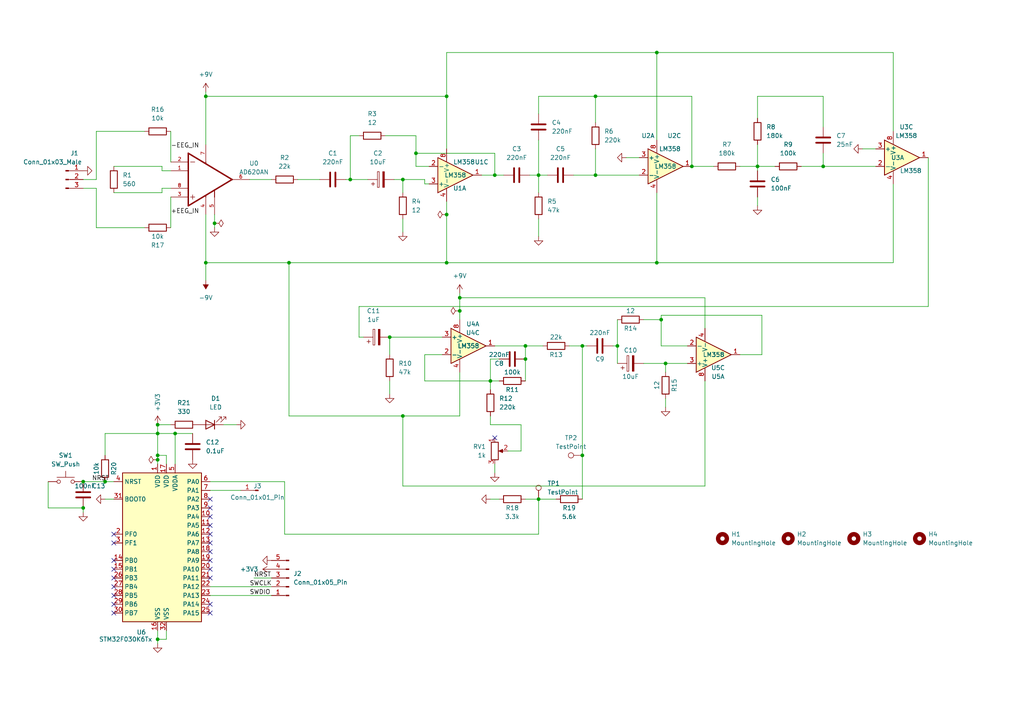
<source format=kicad_sch>
(kicad_sch (version 20250114) (generator "eeschema") (generator_version "9.0")
  (paper "A4")
  (lib_symbols
    (symbol "AD620AN:AD620AN" (pin_names (offset 1.016))
      (property "Reference" "U" (at -12.7 8.255 0))
      (property "Value" "AD620AN" (at -12.7 -10.16 0))
      (symbol "AD620AN_0_0"
        (polyline (pts (xy -5.08 7.62) (xy -5.08 -7.62)) (stroke (width 0.4064)))
        (polyline (pts (xy -5.08 -7.62) (xy 2.54 -3.048)) (stroke (width 0.4064)))
        (polyline (pts (xy -4.445 5.08) (xy -3.175 5.08)) (stroke (width 0.1524)))
        (polyline (pts (xy -4.445 -5.08) (xy -3.175 -5.08)) (stroke (width 0.1524)))
        (polyline (pts (xy -3.81 -4.445) (xy -3.81 -5.715)) (stroke (width 0.1524)))
        (polyline (pts (xy 0 5.08) (xy 0 4.572)) (stroke (width 0.254)))
        (polyline (pts (xy 0 4.572) (xy -5.08 7.62)) (stroke (width 0.4064)))
        (polyline (pts (xy 0 -5.08) (xy 0 -4.699)) (stroke (width 0.254)))
        (polyline (pts (xy 2.54 -3.048) (xy 7.62 0)) (stroke (width 0.4064)))
        (polyline (pts (xy 2.54 -5.08) (xy 2.54 -3.048)) (stroke (width 0.254)))
        (polyline (pts (xy 7.62 0) (xy 0 4.572)) (stroke (width 0.4064)))
        (pin input line (at -10.16 5.08 0) (length 5.08) (name "~") (number "2"))
        (pin passive line (at -10.16 2.54 0) (length 5.08) (name "~") (number "1"))
        (pin passive line (at -10.16 -2.54 0) (length 5.08) (name "~") (number "8"))
        (pin input line (at -10.16 -5.08 0) (length 5.08) (name "~") (number "3"))
        (pin power_in line (at 0 10.16 270) (length 5.08) (name "~") (number "7"))
        (pin power_in line (at 0 -10.16 90) (length 5.08) (name "~") (number "4"))
        (pin power_in line (at 2.54 -10.16 90) (length 5.08) (name "~") (number "5"))
        (pin output line (at 12.7 0 180) (length 5.08) (name "~") (number "6"))
      )
    )
    (symbol "Amplifier_Operational:LM358" (pin_names (offset 0.127))
      (property "Reference" "U" (at 0 5.08 0))
      (property "Value" "LM358" (at 0 -5.08 0))
      (symbol "LM358_1_1"
        (polyline (pts (xy -5.08 5.08) (xy 5.08 0) (xy -5.08 -5.08) (xy -5.08 5.08)) (stroke (width 0.254)) (fill (type background)))
        (pin input line (at -7.62 2.54 0) (length 2.54) (name "+") (number "3"))
        (pin input line (at -7.62 -2.54 0) (length 2.54) (name "-") (number "2"))
        (pin output line (at 7.62 0 180) (length 2.54) (name "~") (number "1"))
      )
      (symbol "LM358_2_1"
        (polyline (pts (xy -5.08 5.08) (xy 5.08 0) (xy -5.08 -5.08) (xy -5.08 5.08)) (stroke (width 0.254)) (fill (type background)))
        (pin input line (at -7.62 2.54 0) (length 2.54) (name "+") (number "5"))
        (pin input line (at -7.62 -2.54 0) (length 2.54) (name "-") (number "6"))
        (pin output line (at 7.62 0 180) (length 2.54) (name "~") (number "7"))
      )
      (symbol "LM358_3_1"
        (pin power_in line (at -2.54 7.62 270) (length 3.81) (name "V+") (number "8"))
        (pin power_in line (at -2.54 -7.62 90) (length 3.81) (name "V-") (number "4"))
      )
    )
    (symbol "Connector:Conn_01x01_Pin" (pin_names (offset 1.016) (hide yes))
      (property "Reference" "J" (at 0 2.54 0))
      (property "Value" "Conn_01x01_Pin" (at 0 -2.54 0))
      (symbol "Conn_01x01_Pin_1_1"
        (rectangle (start 0.8636 0.127) (end 0 -0.127) (stroke (width 0.1524)) (fill (type outline)))
        (polyline (pts (xy 1.27 0) (xy 0.8636 0)) (stroke (width 0.1524)))
        (pin passive line (at 5.08 0 180) (length 3.81) (name "Pin_1") (number "1"))
      )
    )
    (symbol "Connector:Conn_01x03_Male" (pin_names (offset 1.016) (hide yes))
      (property "Reference" "J" (at 0 5.08 0))
      (property "Value" "Conn_01x03_Male" (at 0 -5.08 0))
      (symbol "Conn_01x03_Male_1_1"
        (rectangle (start 0.8636 2.667) (end 0 2.413) (stroke (width 0.1524)) (fill (type outline)))
        (rectangle (start 0.8636 0.127) (end 0 -0.127) (stroke (width 0.1524)) (fill (type outline)))
        (rectangle (start 0.8636 -2.413) (end 0 -2.667) (stroke (width 0.1524)) (fill (type outline)))
        (polyline (pts (xy 1.27 2.54) (xy 0.8636 2.54)) (stroke (width 0.1524)))
        (polyline (pts (xy 1.27 0) (xy 0.8636 0)) (stroke (width 0.1524)))
        (polyline (pts (xy 1.27 -2.54) (xy 0.8636 -2.54)) (stroke (width 0.1524)))
        (pin passive line (at 5.08 2.54 180) (length 3.81) (name "Pin_1") (number "1"))
        (pin passive line (at 5.08 0 180) (length 3.81) (name "Pin_2") (number "2"))
        (pin passive line (at 5.08 -2.54 180) (length 3.81) (name "Pin_3") (number "3"))
      )
    )
    (symbol "Connector:Conn_01x05_Pin" (pin_names (offset 1.016) (hide yes))
      (property "Reference" "J" (at 0 7.62 0))
      (property "Value" "Conn_01x05_Pin" (at 0 -7.62 0))
      (symbol "Conn_01x05_Pin_1_1"
        (rectangle (start 0.8636 5.207) (end 0 4.953) (stroke (width 0.1524)) (fill (type outline)))
        (rectangle (start 0.8636 2.667) (end 0 2.413) (stroke (width 0.1524)) (fill (type outline)))
        (rectangle (start 0.8636 0.127) (end 0 -0.127) (stroke (width 0.1524)) (fill (type outline)))
        (rectangle (start 0.8636 -2.413) (end 0 -2.667) (stroke (width 0.1524)) (fill (type outline)))
        (rectangle (start 0.8636 -4.953) (end 0 -5.207) (stroke (width 0.1524)) (fill (type outline)))
        (polyline (pts (xy 1.27 5.08) (xy 0.8636 5.08)) (stroke (width 0.1524)))
        (polyline (pts (xy 1.27 2.54) (xy 0.8636 2.54)) (stroke (width 0.1524)))
        (polyline (pts (xy 1.27 0) (xy 0.8636 0)) (stroke (width 0.1524)))
        (polyline (pts (xy 1.27 -2.54) (xy 0.8636 -2.54)) (stroke (width 0.1524)))
        (polyline (pts (xy 1.27 -5.08) (xy 0.8636 -5.08)) (stroke (width 0.1524)))
        (pin passive line (at 5.08 5.08 180) (length 3.81) (name "Pin_1") (number "1"))
        (pin passive line (at 5.08 2.54 180) (length 3.81) (name "Pin_2") (number "2"))
        (pin passive line (at 5.08 0 180) (length 3.81) (name "Pin_3") (number "3"))
        (pin passive line (at 5.08 -2.54 180) (length 3.81) (name "Pin_4") (number "4"))
        (pin passive line (at 5.08 -5.08 180) (length 3.81) (name "Pin_5") (number "5"))
      )
    )
    (symbol "Connector:TestPoint" (pin_numbers (hide yes)) (pin_names (offset 0.762) (hide yes))
      (property "Reference" "TP" (at 0 6.858 0))
      (property "Value" "TestPoint" (at 0 5.08 0))
      (symbol "TestPoint_0_1"
        (circle (center 0 3.302) (radius 0.762))
      )
      (symbol "TestPoint_1_1"
        (pin passive line (at 0 0 90) (length 2.54) (name "1") (number "1"))
      )
    )
    (symbol "Device:C" (pin_numbers (hide yes)) (pin_names (offset 0.254))
      (property "Reference" "C" (at 0.635 2.54 0))
      (property "Value" "C" (at 0.635 -2.54 0))
      (symbol "C_0_1"
        (polyline (pts (xy -2.032 0.762) (xy 2.032 0.762)) (stroke (width 0.508)))
        (polyline (pts (xy -2.032 -0.762) (xy 2.032 -0.762)) (stroke (width 0.508)))
      )
      (symbol "C_1_1"
        (pin passive line (at 0 3.81 270) (length 2.794) (name "~") (number "1"))
        (pin passive line (at 0 -3.81 90) (length 2.794) (name "~") (number "2"))
      )
    )
    (symbol "Device:C_Polarized" (pin_numbers (hide yes)) (pin_names (offset 0.254))
      (property "Reference" "C" (at 0.635 2.54 0))
      (property "Value" "C_Polarized" (at 0.635 -2.54 0))
      (symbol "C_Polarized_0_1"
        (rectangle (start -2.286 0.508) (end 2.286 1.016))
        (polyline (pts (xy -1.778 2.286) (xy -0.762 2.286)))
        (polyline (pts (xy -1.27 2.794) (xy -1.27 1.778)))
        (rectangle (start 2.286 -0.508) (end -2.286 -1.016) (fill (type outline)))
      )
      (symbol "C_Polarized_1_1"
        (pin passive line (at 0 3.81 270) (length 2.794) (name "~") (number "1"))
        (pin passive line (at 0 -3.81 90) (length 2.794) (name "~") (number "2"))
      )
    )
    (symbol "Device:LED" (pin_numbers (hide yes)) (pin_names (offset 1.016) (hide yes))
      (property "Reference" "D" (at 0 2.54 0))
      (property "Value" "LED" (at 0 -2.54 0))
      (symbol "LED_0_1"
        (polyline (pts (xy -3.048 -0.762) (xy -4.572 -2.286) (xy -3.81 -2.286) (xy -4.572 -2.286) (xy -4.572 -1.524)))
        (polyline (pts (xy -1.778 -0.762) (xy -3.302 -2.286) (xy -2.54 -2.286) (xy -3.302 -2.286) (xy -3.302 -1.524)))
        (polyline (pts (xy -1.27 0) (xy 1.27 0)))
        (polyline (pts (xy -1.27 -1.27) (xy -1.27 1.27)) (stroke (width 0.254)))
        (polyline (pts (xy 1.27 -1.27) (xy 1.27 1.27) (xy -1.27 0) (xy 1.27 -1.27)) (stroke (width 0.254)))
      )
      (symbol "LED_1_1"
        (pin passive line (at -3.81 0 0) (length 2.54) (name "K") (number "1"))
        (pin passive line (at 3.81 0 180) (length 2.54) (name "A") (number "2"))
      )
    )
    (symbol "Device:R" (pin_numbers (hide yes)) (pin_names (offset 0))
      (property "Reference" "R" (at 2.032 0 90))
      (property "Value" "R" (at 0 0 90))
      (symbol "R_0_1"
        (rectangle (start -1.016 -2.54) (end 1.016 2.54) (stroke (width 0.254)))
      )
      (symbol "R_1_1"
        (pin passive line (at 0 3.81 270) (length 1.27) (name "~") (number "1"))
        (pin passive line (at 0 -3.81 90) (length 1.27) (name "~") (number "2"))
      )
    )
    (symbol "Device:R_Potentiometer" (pin_names (offset 1.016) (hide yes))
      (property "Reference" "RV" (at -4.445 0 90))
      (property "Value" "R_Potentiometer" (at -2.54 0 90))
      (symbol "R_Potentiometer_0_1"
        (rectangle (start 1.016 2.54) (end -1.016 -2.54) (stroke (width 0.254)))
        (polyline (pts (xy 1.143 0) (xy 2.286 0.508) (xy 2.286 -0.508) (xy 1.143 0)) (fill (type outline)))
        (polyline (pts (xy 2.54 0) (xy 1.524 0)))
      )
      (symbol "R_Potentiometer_1_1"
        (pin passive line (at 0 3.81 270) (length 1.27) (name "1") (number "1"))
        (pin passive line (at 0 -3.81 90) (length 1.27) (name "3") (number "3"))
        (pin passive line (at 3.81 0 180) (length 1.27) (name "2") (number "2"))
      )
    )
    (symbol "MCU_ST_STM32F0:STM32F030K6Tx"
      (property "Reference" "U" (at -12.7 21.59 0))
      (property "Value" "STM32F030K6Tx" (at 5.08 21.59 0))
      (symbol "STM32F030K6Tx_0_1"
        (rectangle (start -12.7 -22.86) (end 10.16 20.32) (stroke (width 0.254)) (fill (type background)))
      )
      (symbol "STM32F030K6Tx_1_1"
        (pin input line (at -15.24 17.78 0) (length 2.54) (name "NRST") (number "4"))
        (pin input line (at -15.24 12.7 0) (length 2.54) (name "BOOT0") (number "31"))
        (pin input line (at -15.24 2.54 0) (length 2.54) (name "PF0") (number "2"))
        (pin input line (at -15.24 0 0) (length 2.54) (name "PF1") (number "3"))
        (pin bidirectional line (at -15.24 -5.08 0) (length 2.54) (name "PB0") (number "14"))
        (pin bidirectional line (at -15.24 -7.62 0) (length 2.54) (name "PB1") (number "15"))
        (pin bidirectional line (at -15.24 -10.16 0) (length 2.54) (name "PB3") (number "26"))
        (pin bidirectional line (at -15.24 -12.7 0) (length 2.54) (name "PB4") (number "27"))
        (pin bidirectional line (at -15.24 -15.24 0) (length 2.54) (name "PB5") (number "28"))
        (pin bidirectional line (at -15.24 -17.78 0) (length 2.54) (name "PB6") (number "29"))
        (pin bidirectional line (at -15.24 -20.32 0) (length 2.54) (name "PB7") (number "30"))
        (pin power_in line (at -2.54 22.86 270) (length 2.54) (name "VDD") (number "1"))
        (pin power_in line (at -2.54 -25.4 90) (length 2.54) (name "VSS") (number "16"))
        (pin power_in line (at 0 22.86 270) (length 2.54) (name "VDD") (number "17"))
        (pin power_in line (at 0 -25.4 90) (length 2.54) (name "VSS") (number "32"))
        (pin power_in line (at 2.54 22.86 270) (length 2.54) (name "VDDA") (number "5"))
        (pin bidirectional line (at 12.7 17.78 180) (length 2.54) (name "PA0") (number "6"))
        (pin bidirectional line (at 12.7 15.24 180) (length 2.54) (name "PA1") (number "7"))
        (pin bidirectional line (at 12.7 12.7 180) (length 2.54) (name "PA2") (number "8"))
        (pin bidirectional line (at 12.7 10.16 180) (length 2.54) (name "PA3") (number "9"))
        (pin bidirectional line (at 12.7 7.62 180) (length 2.54) (name "PA4") (number "10"))
        (pin bidirectional line (at 12.7 5.08 180) (length 2.54) (name "PA5") (number "11"))
        (pin bidirectional line (at 12.7 2.54 180) (length 2.54) (name "PA6") (number "12"))
        (pin bidirectional line (at 12.7 0 180) (length 2.54) (name "PA7") (number "13"))
        (pin bidirectional line (at 12.7 -2.54 180) (length 2.54) (name "PA8") (number "18"))
        (pin bidirectional line (at 12.7 -5.08 180) (length 2.54) (name "PA9") (number "19"))
        (pin bidirectional line (at 12.7 -7.62 180) (length 2.54) (name "PA10") (number "20"))
        (pin bidirectional line (at 12.7 -10.16 180) (length 2.54) (name "PA11") (number "21"))
        (pin bidirectional line (at 12.7 -12.7 180) (length 2.54) (name "PA12") (number "22"))
        (pin bidirectional line (at 12.7 -15.24 180) (length 2.54) (name "PA13") (number "23"))
        (pin bidirectional line (at 12.7 -17.78 180) (length 2.54) (name "PA14") (number "24"))
        (pin bidirectional line (at 12.7 -20.32 180) (length 2.54) (name "PA15") (number "25"))
      )
    )
    (symbol "Mechanical:MountingHole" (pin_names (offset 1.016)) (in_bom no)
      (property "Reference" "H" (at 0 5.08 0))
      (property "Value" "MountingHole" (at 0 3.175 0))
      (symbol "MountingHole_0_1"
        (circle (center 0 0) (radius 1.27) (stroke (width 1.27)))
      )
    )
    (symbol "Switch:SW_Push" (pin_numbers (hide yes)) (pin_names (offset 1.016) (hide yes))
      (property "Reference" "SW" (at 1.27 2.54 0))
      (property "Value" "SW_Push" (at 0 -1.524 0))
      (symbol "SW_Push_0_1"
        (circle (center -2.032 0) (radius 0.508))
        (polyline (pts (xy 0 1.27) (xy 0 3.048)))
        (circle (center 2.032 0) (radius 0.508))
        (polyline (pts (xy 2.54 1.27) (xy -2.54 1.27)))
        (pin passive line (at -5.08 0 0) (length 2.54) (name "1") (number "1"))
        (pin passive line (at 5.08 0 180) (length 2.54) (name "2") (number "2"))
      )
    )
    (symbol "power:+3.3V" (power) (pin_names (offset 0))
      (property "Value" "+3.3V" (at 0 3.556 0))
      (symbol "+3.3V_0_1"
        (polyline (pts (xy -0.762 1.27) (xy 0 2.54)))
        (polyline (pts (xy 0 2.54) (xy 0.762 1.27)))
        (polyline (pts (xy 0 0) (xy 0 2.54)))
      )
      (symbol "+3.3V_1_1"
        (pin power_in line (at 0 0 90) (length 0) (hide yes) (name "+3V3") (number "1"))
      )
    )
    (symbol "power:+9V" (power) (pin_names (offset 0))
      (property "Value" "+9V" (at 0 3.556 0))
      (symbol "+9V_0_1"
        (polyline (pts (xy -0.762 1.27) (xy 0 2.54)))
        (polyline (pts (xy 0 2.54) (xy 0.762 1.27)))
        (polyline (pts (xy 0 0) (xy 0 2.54)))
      )
      (symbol "+9V_1_1"
        (pin power_in line (at 0 0 90) (length 0) (hide yes) (name "+9V") (number "1"))
      )
    )
    (symbol "power:-9V" (power) (pin_names (offset 0))
      (property "Value" "-9V" (at 0 3.81 0))
      (symbol "-9V_0_1"
        (polyline (pts (xy 0 0) (xy 0 2.54)))
        (polyline (pts (xy 0.762 1.27) (xy -0.762 1.27) (xy 0 2.54) (xy 0.762 1.27)) (fill (type outline)))
      )
      (symbol "-9V_1_1"
        (pin power_in line (at 0 0 90) (length 0) (hide yes) (name "-9V") (number "1"))
      )
    )
    (symbol "power:GND" (power) (pin_names (offset 0))
      (property "Value" "GND" (at 0 -3.81 0))
      (symbol "GND_0_1"
        (polyline (pts (xy 0 0) (xy 0 -1.27) (xy 1.27 -1.27) (xy 0 -2.54) (xy -1.27 -1.27) (xy 0 -1.27)))
      )
      (symbol "GND_1_1"
        (pin power_in line (at 0 0 270) (length 0) (hide yes) (name "GND") (number "1"))
      )
    )
    (symbol "power:PWR_FLAG" (power) (pin_numbers (hide yes)) (pin_names (offset 0) (hide yes))
      (property "Value" "PWR_FLAG" (at 0 3.81 0))
      (symbol "PWR_FLAG_0_0"
        (pin power_out line (at 0 0 90) (length 0) (name "pwr") (number "1"))
      )
      (symbol "PWR_FLAG_0_1"
        (polyline (pts (xy 0 0) (xy 0 1.27) (xy -1.016 1.905) (xy 0 2.54) (xy 1.016 1.905) (xy 0 1.27)))
      )
    )
  )
  (junction (at 116.84 120.65))
  (junction (at 156.21 144.78))
  (junction (at 45.72 123.19))
  (junction (at 152.4 104.14))
  (junction (at 45.72 132.08))
  (junction (at 172.72 50.8))
  (junction (at 113.03 97.79))
  (junction (at 143.51 50.8))
  (junction (at 168.91 132.08))
  (junction (at 133.35 90.17))
  (junction (at 24.13 147.32))
  (junction (at 219.71 48.26))
  (junction (at 24.13 139.7))
  (junction (at 62.23 64.77))
  (junction (at 116.84 52.07))
  (junction (at 129.54 62.23))
  (junction (at 120.65 44.45))
  (junction (at 238.76 48.26))
  (junction (at 129.54 27.94))
  (junction (at 59.69 27.94))
  (junction (at 193.04 105.41))
  (junction (at 172.72 27.94))
  (junction (at 45.72 125.73))
  (junction (at 168.91 100.33))
  (junction (at 59.69 76.2))
  (junction (at 45.72 133.35))
  (junction (at 83.82 76.2))
  (junction (at 101.6 52.07))
  (junction (at 45.72 185.42))
  (junction (at 142.24 110.49))
  (junction (at 200.66 48.26))
  (junction (at 179.07 100.33))
  (junction (at 190.5 15.24))
  (junction (at 30.48 139.7))
  (junction (at 50.8 125.73))
  (junction (at 152.4 100.33))
  (junction (at 191.77 92.71))
  (junction (at 129.54 76.2))
  (junction (at 133.35 86.36))
  (junction (at 190.5 76.2))
  (junction (at 156.21 50.8))
  (no_connect (at 33.02 167.64))
  (no_connect (at 33.02 157.48))
  (no_connect (at 33.02 165.1))
  (no_connect (at 33.02 154.94))
  (no_connect (at 33.02 162.56))
  (no_connect (at 60.96 144.78))
  (no_connect (at 143.51 127))
  (no_connect (at 33.02 177.8))
  (no_connect (at 33.02 175.26))
  (no_connect (at 33.02 172.72))
  (no_connect (at 33.02 170.18))
  (no_connect (at 60.96 175.26))
  (no_connect (at 60.96 177.8))
  (no_connect (at 60.96 149.86))
  (no_connect (at 60.96 152.4))
  (no_connect (at 60.96 154.94))
  (no_connect (at 60.96 157.48))
  (no_connect (at 60.96 147.32))
  (no_connect (at 60.96 167.64))
  (no_connect (at 60.96 165.1))
  (no_connect (at 60.96 162.56))
  (no_connect (at 60.96 160.02))
  (wire (pts (xy 72.39 52.07) (xy 78.74 52.07)))
  (wire (pts (xy 219.71 48.26) (xy 224.79 48.26)))
  (wire (pts (xy 123.19 52.07) (xy 123.19 53.34)))
  (wire (pts (xy 46.99 48.26) (xy 46.99 49.53)))
  (wire (pts (xy 133.35 86.36) (xy 133.35 90.17)))
  (wire (pts (xy 120.65 48.26) (xy 124.46 48.26)))
  (wire (pts (xy 46.99 55.88) (xy 46.99 54.61)))
  (wire (pts (xy 27.94 52.07) (xy 24.13 52.07)))
  (wire (pts (xy 83.82 76.2) (xy 129.54 76.2)))
  (wire (pts (xy 219.71 48.26) (xy 219.71 49.53)))
  (wire (pts (xy 139.7 50.8) (xy 143.51 50.8)))
  (wire (pts (xy 179.07 92.71) (xy 179.07 100.33)))
  (wire (pts (xy 129.54 76.2) (xy 190.5 76.2)))
  (wire (pts (xy 133.35 85.09) (xy 133.35 86.36)))
  (wire (pts (xy 27.94 38.1) (xy 27.94 52.07)))
  (wire (pts (xy 129.54 27.94) (xy 129.54 43.18)))
  (wire (pts (xy 152.4 100.33) (xy 157.48 100.33)))
  (wire (pts (xy 200.66 48.26) (xy 200.66 27.94)))
  (wire (pts (xy 129.54 62.23) (xy 129.54 76.2)))
  (wire (pts (xy 49.53 57.15) (xy 49.53 66.04)))
  (wire (pts (xy 48.26 182.88) (xy 48.26 185.42)))
  (wire (pts (xy 156.21 50.8) (xy 156.21 55.88)))
  (wire (pts (xy 129.54 15.24) (xy 129.54 27.94)))
  (wire (pts (xy 111.76 39.37) (xy 120.65 39.37)))
  (wire (pts (xy 165.1 100.33) (xy 168.91 100.33)))
  (wire (pts (xy 41.91 38.1) (xy 27.94 38.1)))
  (wire (pts (xy 30.48 125.73) (xy 45.72 125.73)))
  (wire (pts (xy 168.91 132.08) (xy 168.91 144.78)))
  (wire (pts (xy 133.35 107.95) (xy 133.35 120.65)))
  (wire (pts (xy 238.76 44.45) (xy 238.76 48.26)))
  (wire (pts (xy 73.66 167.64) (xy 78.74 167.64)))
  (wire (pts (xy 24.13 147.32) (xy 24.13 148.59)))
  (wire (pts (xy 120.65 39.37) (xy 120.65 44.45)))
  (wire (pts (xy 104.14 39.37) (xy 101.6 39.37)))
  (wire (pts (xy 143.51 44.45) (xy 120.65 44.45)))
  (wire (pts (xy 86.36 52.07) (xy 92.71 52.07)))
  (wire (pts (xy 49.53 38.1) (xy 49.53 46.99)))
  (wire (pts (xy 13.97 147.32) (xy 24.13 147.32)))
  (wire (pts (xy 193.04 115.57) (xy 193.04 118.11)))
  (wire (pts (xy 60.96 139.7) (xy 82.55 139.7)))
  (wire (pts (xy 172.72 50.8) (xy 185.42 50.8)))
  (wire (pts (xy 113.03 97.79) (xy 113.03 102.87)))
  (wire (pts (xy 200.66 48.26) (xy 207.01 48.26)))
  (wire (pts (xy 156.21 63.5) (xy 156.21 68.58)))
  (wire (pts (xy 59.69 27.94) (xy 129.54 27.94)))
  (wire (pts (xy 100.33 52.07) (xy 101.6 52.07)))
  (wire (pts (xy 156.21 50.8) (xy 158.75 50.8)))
  (wire (pts (xy 116.84 120.65) (xy 83.82 120.65)))
  (wire (pts (xy 48.26 185.42) (xy 45.72 185.42)))
  (wire (pts (xy 59.69 26.67) (xy 59.69 27.94)))
  (wire (pts (xy 219.71 41.91) (xy 219.71 48.26)))
  (wire (pts (xy 156.21 144.78) (xy 161.29 144.78)))
  (wire (pts (xy 104.14 97.79) (xy 105.41 97.79)))
  (wire (pts (xy 45.72 185.42) (xy 45.72 186.69)))
  (wire (pts (xy 204.47 86.36) (xy 133.35 86.36)))
  (wire (pts (xy 152.4 104.14) (xy 152.4 110.49)))
  (wire (pts (xy 142.24 110.49) (xy 123.19 110.49)))
  (wire (pts (xy 82.55 139.7) (xy 82.55 154.94)))
  (wire (pts (xy 142.24 144.78) (xy 144.78 144.78)))
  (wire (pts (xy 186.69 105.41) (xy 193.04 105.41)))
  (wire (pts (xy 59.69 27.94) (xy 59.69 41.91)))
  (wire (pts (xy 220.98 102.87) (xy 220.98 91.44)))
  (wire (pts (xy 181.61 45.72) (xy 185.42 45.72)))
  (wire (pts (xy 193.04 105.41) (xy 193.04 107.95)))
  (wire (pts (xy 142.24 104.14) (xy 144.78 104.14)))
  (wire (pts (xy 129.54 58.42) (xy 129.54 62.23)))
  (wire (pts (xy 50.8 134.62) (xy 50.8 125.73)))
  (wire (pts (xy 50.8 125.73) (xy 45.72 125.73)))
  (wire (pts (xy 238.76 48.26) (xy 232.41 48.26)))
  (wire (pts (xy 177.8 100.33) (xy 179.07 100.33)))
  (wire (pts (xy 133.35 120.65) (xy 116.84 120.65)))
  (wire (pts (xy 104.14 88.9) (xy 104.14 97.79)))
  (wire (pts (xy 46.99 54.61) (xy 49.53 54.61)))
  (wire (pts (xy 193.04 105.41) (xy 199.39 105.41)))
  (wire (pts (xy 190.5 55.88) (xy 190.5 76.2)))
  (wire (pts (xy 219.71 34.29) (xy 219.71 27.94)))
  (wire (pts (xy 45.72 123.19) (xy 45.72 125.73)))
  (wire (pts (xy 101.6 52.07) (xy 106.68 52.07)))
  (wire (pts (xy 219.71 27.94) (xy 238.76 27.94)))
  (wire (pts (xy 45.72 133.35) (xy 45.72 134.62)))
  (wire (pts (xy 123.19 110.49) (xy 123.19 102.87)))
  (wire (pts (xy 238.76 27.94) (xy 238.76 36.83)))
  (wire (pts (xy 24.13 139.7) (xy 30.48 139.7)))
  (wire (pts (xy 59.69 62.23) (xy 59.69 76.2)))
  (wire (pts (xy 219.71 57.15) (xy 219.71 59.69)))
  (wire (pts (xy 13.97 139.7) (xy 13.97 147.32)))
  (wire (pts (xy 45.72 182.88) (xy 45.72 185.42)))
  (wire (pts (xy 143.51 50.8) (xy 143.51 44.45)))
  (wire (pts (xy 24.13 54.61) (xy 27.94 54.61)))
  (wire (pts (xy 64.77 123.19) (xy 68.58 123.19)))
  (wire (pts (xy 200.66 27.94) (xy 172.72 27.94)))
  (wire (pts (xy 172.72 27.94) (xy 172.72 35.56)))
  (wire (pts (xy 142.24 120.65) (xy 142.24 123.19)))
  (wire (pts (xy 82.55 154.94) (xy 156.21 154.94)))
  (wire (pts (xy 30.48 125.73) (xy 30.48 132.08)))
  (wire (pts (xy 168.91 100.33) (xy 168.91 132.08)))
  (wire (pts (xy 156.21 27.94) (xy 172.72 27.94)))
  (wire (pts (xy 27.94 54.61) (xy 27.94 66.04)))
  (wire (pts (xy 60.96 172.72) (xy 78.74 172.72)))
  (wire (pts (xy 113.03 110.49) (xy 113.03 114.3)))
  (wire (pts (xy 168.91 100.33) (xy 170.18 100.33)))
  (wire (pts (xy 179.07 100.33) (xy 179.07 105.41)))
  (wire (pts (xy 156.21 33.02) (xy 156.21 27.94)))
  (wire (pts (xy 59.69 76.2) (xy 59.69 81.28)))
  (wire (pts (xy 259.08 53.34) (xy 259.08 76.2)))
  (wire (pts (xy 60.96 170.18) (xy 78.74 170.18)))
  (wire (pts (xy 191.77 100.33) (xy 199.39 100.33)))
  (wire (pts (xy 48.26 132.08) (xy 45.72 132.08)))
  (wire (pts (xy 143.51 50.8) (xy 146.05 50.8)))
  (wire (pts (xy 152.4 100.33) (xy 152.4 104.14)))
  (wire (pts (xy 190.5 40.64) (xy 190.5 15.24)))
  (wire (pts (xy 45.72 123.19) (xy 49.53 123.19)))
  (wire (pts (xy 62.23 62.23) (xy 62.23 64.77)))
  (wire (pts (xy 269.24 45.72) (xy 269.24 88.9)))
  (wire (pts (xy 190.5 15.24) (xy 129.54 15.24)))
  (wire (pts (xy 45.72 125.73) (xy 45.72 132.08)))
  (wire (pts (xy 214.63 102.87) (xy 220.98 102.87)))
  (wire (pts (xy 55.88 125.73) (xy 50.8 125.73)))
  (wire (pts (xy 60.96 142.24) (xy 69.85 142.24)))
  (wire (pts (xy 27.94 66.04) (xy 41.91 66.04)))
  (wire (pts (xy 116.84 63.5) (xy 116.84 67.31)))
  (wire (pts (xy 142.24 110.49) (xy 142.24 104.14)))
  (wire (pts (xy 172.72 43.18) (xy 172.72 50.8)))
  (wire (pts (xy 104.14 88.9) (xy 269.24 88.9)))
  (wire (pts (xy 143.51 100.33) (xy 152.4 100.33)))
  (wire (pts (xy 259.08 15.24) (xy 190.5 15.24)))
  (wire (pts (xy 62.23 64.77) (xy 62.23 66.04)))
  (wire (pts (xy 259.08 76.2) (xy 190.5 76.2)))
  (wire (pts (xy 186.69 92.71) (xy 191.77 92.71)))
  (wire (pts (xy 214.63 48.26) (xy 219.71 48.26)))
  (wire (pts (xy 152.4 144.78) (xy 156.21 144.78)))
  (wire (pts (xy 123.19 53.34) (xy 124.46 53.34)))
  (wire (pts (xy 116.84 140.97) (xy 116.84 120.65)))
  (wire (pts (xy 133.35 90.17) (xy 133.35 92.71)))
  (wire (pts (xy 204.47 140.97) (xy 116.84 140.97)))
  (wire (pts (xy 142.24 110.49) (xy 142.24 113.03)))
  (wire (pts (xy 204.47 95.25) (xy 204.47 86.36)))
  (wire (pts (xy 114.3 52.07) (xy 116.84 52.07)))
  (wire (pts (xy 116.84 52.07) (xy 116.84 55.88)))
  (wire (pts (xy 153.67 50.8) (xy 156.21 50.8)))
  (wire (pts (xy 33.02 48.26) (xy 46.99 48.26)))
  (wire (pts (xy 48.26 134.62) (xy 48.26 132.08)))
  (wire (pts (xy 191.77 92.71) (xy 191.77 100.33)))
  (wire (pts (xy 191.77 91.44) (xy 191.77 92.71)))
  (wire (pts (xy 59.69 76.2) (xy 83.82 76.2)))
  (wire (pts (xy 46.99 49.53) (xy 49.53 49.53)))
  (wire (pts (xy 123.19 102.87) (xy 128.27 102.87)))
  (wire (pts (xy 33.02 55.88) (xy 46.99 55.88)))
  (wire (pts (xy 238.76 48.26) (xy 254 48.26)))
  (wire (pts (xy 172.72 50.8) (xy 166.37 50.8)))
  (wire (pts (xy 250.19 43.18) (xy 254 43.18)))
  (wire (pts (xy 147.32 130.81) (xy 151.13 130.81)))
  (wire (pts (xy 83.82 120.65) (xy 83.82 76.2)))
  (wire (pts (xy 101.6 39.37) (xy 101.6 52.07)))
  (wire (pts (xy 143.51 134.62) (xy 143.51 137.16)))
  (wire (pts (xy 116.84 52.07) (xy 123.19 52.07)))
  (wire (pts (xy 142.24 123.19) (xy 151.13 123.19)))
  (wire (pts (xy 156.21 144.78) (xy 156.21 154.94)))
  (wire (pts (xy 156.21 40.64) (xy 156.21 50.8)))
  (wire (pts (xy 113.03 97.79) (xy 128.27 97.79)))
  (wire (pts (xy 45.72 132.08) (xy 45.72 133.35)))
  (wire (pts (xy 120.65 44.45) (xy 120.65 48.26)))
  (wire (pts (xy 144.78 110.49) (xy 142.24 110.49)))
  (wire (pts (xy 151.13 123.19) (xy 151.13 130.81)))
  (wire (pts (xy 33.02 144.78) (xy 30.48 144.78)))
  (wire (pts (xy 33.02 139.7) (xy 30.48 139.7)))
  (wire (pts (xy 220.98 91.44) (xy 191.77 91.44)))
  (wire (pts (xy 204.47 110.49) (xy 204.47 140.97)))
  (wire (pts (xy 259.08 38.1) (xy 259.08 15.24)))
  (label "NRST" (at 73.66 167.64 0))
  (label "SWDIO" (at 72.39 172.72 0))
  (label "SWCLK" (at 72.39 170.18 0))
  (label "NRST" (at 26.67 139.7 0))
  (label "+EEG_IN" (at 49.53 62.23 0))
  (label "-EEG_IN" (at 49.53 43.18 0))
  (symbol (lib_id "power:GND") (at 156.21 68.58 0) (unit 1)
    (property "Reference" "#PWR0101" (effects (hide yes)))
    (property "Value" "GND" (effects (hide yes)))
  )
  (symbol (lib_id "Amplifier_Operational:LM358") (at 132.08 50.8 0) (unit 3)
    (property "Reference" "U1" (at 139.7 46.99 0))
    (property "Value" "LM358" (at 134.62 46.99 0))
    (property "Footprint" "Package_DIP:DIP-8_W7.62mm" (effects (hide yes)))
    (property "Datasheet" "http://www.ti.com/lit/ds/symlink/lm2904-n.pdf" (effects (hide yes)))
  )
  (symbol (lib_id "Device:C_Polarized") (at 110.49 52.07 90) (unit 1)
    (property "Reference" "C2" (at 109.601 44.45 90))
    (property "Value" "10uF" (at 109.601 46.99 90))
    (property "Footprint" "Capacitor_Tantalum_SMD:CP_EIA-3216-10_Kemet-I" (effects (hide yes)))
  )
  (symbol (lib_id "Amplifier_Operational:LM358") (at 135.89 100.33 0) (unit 3)
    (property "Reference" "U4" (at 137.16 96.52 0))
    (property "Value" "LM358" (at 135.89 100.33 0))
    (property "Footprint" "Package_DIP:DIP-8_W7.62mm" (effects (hide yes)))
    (property "Datasheet" "http://www.ti.com/lit/ds/symlink/lm2904-n.pdf" (effects (hide yes)))
  )
  (symbol (lib_id "power:GND") (at 219.71 59.69 0) (unit 1)
    (property "Reference" "#PWR0103" (effects (hide yes)))
    (property "Value" "GND" (effects (hide yes)))
  )
  (symbol (lib_id "Connector:Conn_01x03_Male") (at 19.05 52.07 0) (unit 1)
    (property "Reference" "J1" (at 21.59 44.45 0))
    (property "Value" "Conn_01x03_Male" (at 15.24 46.99 0))
    (property "Footprint" "Connector:FanPinHeader_1x03_P2.54mm_Vertical" (effects (hide yes)))
  )
  (symbol (lib_id "power:GND") (at 181.61 45.72 270) (unit 1)
    (property "Reference" "#PWR0107" (effects (hide yes)))
    (property "Value" "GND" (effects (hide yes)))
  )
  (symbol (lib_id "Amplifier_Operational:LM358") (at 135.89 100.33 0) (unit 1)
    (property "Reference" "U4" (at 137.16 93.98 0))
    (property "Value" "LM358" (at 135.89 100.33 0))
    (property "Footprint" "Package_DIP:DIP-8_W7.62mm" (effects (hide yes)))
    (property "Datasheet" "http://www.ti.com/lit/ds/symlink/lm2904-n.pdf" (effects (hide yes)))
  )
  (symbol (lib_id "Amplifier_Operational:LM358") (at 132.08 50.8 0) (mirror x) (unit 1)
    (property "Reference" "U1" (at 133.35 54.61 0))
    (property "Value" "LM358" (at 132.08 50.8 0))
    (property "Footprint" "Package_DIP:DIP-8_W7.62mm" (effects (hide yes)))
    (property "Datasheet" "http://www.ti.com/lit/ds/symlink/lm2904-n.pdf" (effects (hide yes)))
  )
  (symbol (lib_id "Device:R") (at 228.6 48.26 270) (unit 1)
    (property "Reference" "R9" (at 228.6 41.91 90))
    (property "Value" "100k" (at 228.6 44.45 90))
    (property "Footprint" "Resistor_SMD:R_0805_2012Metric" (effects (hide yes)))
  )
  (symbol (lib_id "power:PWR_FLAG") (at 45.72 133.35 90) (unit 1)
    (property "Reference" "#FLG0104" (effects (hide yes)))
    (property "Value" "PWR_FLAG" (effects (hide yes)))
  )
  (symbol (lib_id "Device:C") (at 24.13 143.51 0) (unit 1)
    (property "Reference" "C13" (at 26.67 140.97 0) (effects (justify left)))
    (property "Value" "100nF" (at 21.59 140.97 0) (effects (justify left)))
    (property "Footprint" "Capacitor_SMD:C_0201_0603Metric" (effects (hide yes)))
  )
  (symbol (lib_id "Device:C_Polarized") (at 182.88 105.41 90) (unit 1)
    (property "Reference" "C10" (at 182.88 101.6 90))
    (property "Value" "10uF" (at 182.88 109.22 90))
    (property "Footprint" "Capacitor_SMD:C_0201_0603Metric" (effects (hide yes)))
  )
  (symbol (lib_id "Amplifier_Operational:LM358") (at 261.62 45.72 0) (unit 1)
    (property "Reference" "U3" (at 260.35 45.72 0))
    (property "Value" "LM358" (at 264.16 49.53 0))
    (property "Footprint" "Package_DIP:DIP-8_W7.62mm" (effects (hide yes)))
    (property "Datasheet" "http://www.ti.com/lit/ds/symlink/lm2904-n.pdf" (effects (hide yes)))
  )
  (symbol (lib_id "Mechanical:MountingHole") (at 247.65 156.21 0) (unit 1) (in_bom no)
    (property "Reference" "H3" (at 250.19 154.9399 0) (effects (justify left)))
    (property "Value" "MountingHole" (at 250.19 157.4799 0) (effects (justify left)))
    (property "Footprint" "MountingHole:MountingHole_2.2mm_M2" (effects (hide yes)))
    (property "Description" "Mounting Hole without connection" (effects (hide yes)))
  )
  (symbol (lib_id "power:GND") (at 116.84 67.31 0) (unit 1)
    (property "Reference" "#PWR0108" (effects (hide yes)))
    (property "Value" "GND" (effects (hide yes)))
  )
  (symbol (lib_id "Connector:TestPoint") (at 156.21 144.78 0) (unit 1)
    (property "Reference" "TP1" (at 158.75 140.2079 0) (effects (justify left)))
    (property "Value" "TestPoint" (at 158.75 142.7479 0) (effects (justify left)))
    (property "Footprint" "TestPoint:TestPoint_THTPad_1.0x1.0mm_Drill0.5mm" (effects (hide yes)))
    (property "Description" "test point" (effects (hide yes)))
  )
  (symbol (lib_id "Mechanical:MountingHole") (at 266.7 156.21 0) (unit 1) (in_bom no)
    (property "Reference" "H4" (at 269.24 154.9399 0) (effects (justify left)))
    (property "Value" "MountingHole" (at 269.24 157.4799 0) (effects (justify left)))
    (property "Footprint" "MountingHole:MountingHole_2.2mm_M2" (effects (hide yes)))
    (property "Description" "Mounting Hole without connection" (effects (hide yes)))
  )
  (symbol (lib_id "Amplifier_Operational:LM358") (at 261.62 45.72 0) (unit 3)
    (property "Reference" "U3" (at 262.89 36.83 0))
    (property "Value" "LM358" (at 262.89 39.37 0))
    (property "Footprint" "Package_DIP:DIP-8_W7.62mm" (effects (hide yes)))
    (property "Datasheet" "http://www.ti.com/lit/ds/symlink/lm2904-n.pdf" (effects (hide yes)))
  )
  (symbol (lib_id "Device:C") (at 148.59 104.14 90) (unit 1)
    (property "Reference" "C8" (at 144.78 105.41 90))
    (property "Value" "220nF" (at 144.78 102.87 90))
    (property "Footprint" "Capacitor_SMD:C_0201_0603Metric" (effects (hide yes)))
  )
  (symbol (lib_id "power:GND") (at 30.48 144.78 270) (unit 1)
    (property "Reference" "#PWR0119" (effects (hide yes)))
    (property "Value" "GND" (effects (hide yes)))
  )
  (symbol (lib_id "power:+3.3V") (at 45.72 123.19 0) (unit 1)
    (property "Reference" "#PWR0116" (effects (hide yes)))
    (property "Value" "+3V3" (at 45.7201 119.38 90) (effects (justify left)))
  )
  (symbol (lib_id "power:GND") (at 113.03 114.3 0) (unit 1)
    (property "Reference" "#PWR0114" (effects (hide yes)))
    (property "Value" "GND" (effects (hide yes)))
  )
  (symbol (lib_id "Device:R") (at 45.72 38.1 90) (unit 1)
    (property "Reference" "R16" (at 45.72 31.75 90))
    (property "Value" "10k" (at 45.72 34.29 90))
    (property "Footprint" "Resistor_SMD:R_0805_2012Metric" (effects (hide yes)))
  )
  (symbol (lib_id "power:+9V") (at 133.35 85.09 0) (unit 1)
    (property "Reference" "#PWR0102" (effects (hide yes)))
    (property "Value" "+9V" (at 133.35 80.01 0))
  )
  (symbol (lib_id "Amplifier_Operational:LM358") (at 207.01 102.87 0) (mirror x) (unit 1)
    (property "Reference" "U5" (at 208.28 109.22 0))
    (property "Value" "LM358" (at 207.01 102.87 0))
    (property "Footprint" "Package_DIP:DIP-8_W7.62mm" (effects (hide yes)))
    (property "Datasheet" "http://www.ti.com/lit/ds/symlink/lm2904-n.pdf" (effects (hide yes)))
  )
  (symbol (lib_id "Device:R") (at 165.1 144.78 90) (unit 1)
    (property "Reference" "R19" (at 165.1 147.32 90))
    (property "Value" "5.6k" (at 165.1 149.86 90))
    (property "Footprint" "Resistor_SMD:R_0805_2012Metric" (effects (hide yes)))
  )
  (symbol (lib_id "Device:R") (at 219.71 38.1 0) (unit 1)
    (property "Reference" "R8" (at 222.25 36.8299 0) (effects (justify left)))
    (property "Value" "180k" (at 222.25 39.3699 0) (effects (justify left)))
    (property "Footprint" "Resistor_SMD:R_0805_2012Metric" (effects (hide yes)))
  )
  (symbol (lib_id "power:GND") (at 24.13 148.59 0) (unit 1)
    (property "Reference" "#PWR0120" (effects (hide yes)))
    (property "Value" "GND" (effects (hide yes)))
  )
  (symbol (lib_id "Device:R") (at 82.55 52.07 90) (unit 1)
    (property "Reference" "R2" (at 82.55 45.72 90))
    (property "Value" "22k" (at 82.55 48.26 90))
    (property "Footprint" "Resistor_SMD:R_0805_2012Metric" (effects (hide yes)))
  )
  (symbol (lib_id "Device:C") (at 96.52 52.07 90) (unit 1)
    (property "Reference" "C1" (at 96.52 44.45 90))
    (property "Value" "220nF" (at 96.52 46.99 90))
    (property "Footprint" "Capacitor_SMD:C_0201_0603Metric" (effects (hide yes)))
  )
  (symbol (lib_id "power:GND") (at 193.04 118.11 0) (unit 1)
    (property "Reference" "#PWR0104" (effects (hide yes)))
    (property "Value" "GND" (effects (hide yes)))
  )
  (symbol (lib_id "power:GND") (at 55.88 133.35 0) (unit 1)
    (property "Reference" "#PWR0117" (effects (hide yes)))
    (property "Value" "GND" (effects (hide yes)))
  )
  (symbol (lib_id "power:GND") (at 62.23 66.04 0) (unit 1)
    (property "Reference" "#PWR0110" (effects (hide yes)))
    (property "Value" "GND" (effects (hide yes)))
  )
  (symbol (lib_id "Device:R") (at 107.95 39.37 90) (unit 1)
    (property "Reference" "R3" (at 107.95 33.02 90))
    (property "Value" "12" (at 107.95 35.56 90))
    (property "Footprint" "Resistor_SMD:R_0805_2012Metric" (effects (hide yes)))
  )
  (symbol (lib_id "Device:R_Potentiometer") (at 143.51 130.81 0) (unit 1)
    (property "Reference" "RV1" (at 140.97 129.5399 0) (effects (justify right)))
    (property "Value" "1k" (at 140.97 132.0799 0) (effects (justify right)))
    (property "Footprint" "Potentiometer_SMD:Potentiometer_Bourns_3269W_Vertical" (effects (hide yes)))
  )
  (symbol (lib_id "Device:R") (at 30.48 135.89 0) (unit 1)
    (property "Reference" "R20" (at 33.02 135.89 90))
    (property "Value" "10k" (at 27.94 135.89 90))
    (property "Footprint" "Resistor_SMD:R_0805_2012Metric" (effects (hide yes)))
  )
  (symbol (lib_id "power:PWR_FLAG") (at 62.23 64.77 270) (unit 1)
    (property "Reference" "#FLG0103" (effects (hide yes)))
    (property "Value" "PWR_FLAG" (effects (hide yes)))
  )
  (symbol (lib_id "Device:R") (at 193.04 111.76 0) (unit 1)
    (property "Reference" "R15" (at 195.58 111.76 90))
    (property "Value" "12" (at 190.5 111.76 90))
    (property "Footprint" "Resistor_SMD:R_0805_2012Metric" (effects (hide yes)))
  )
  (symbol (lib_id "power:PWR_FLAG") (at 129.54 62.23 90) (unit 1)
    (property "Reference" "#FLG0102" (effects (hide yes)))
    (property "Value" "PWR_FLAG" (effects (hide yes)))
  )
  (symbol (lib_id "Device:R") (at 172.72 39.37 180) (unit 1)
    (property "Reference" "R6" (at 175.26 38.0999 0) (effects (justify right)))
    (property "Value" "220k" (at 175.26 40.6399 0) (effects (justify right)))
    (property "Footprint" "Resistor_SMD:R_0805_2012Metric" (effects (hide yes)))
  )
  (symbol (lib_id "Amplifier_Operational:LM358") (at 193.04 48.26 0) (unit 1)
    (property "Reference" "U2" (at 187.96 39.37 0))
    (property "Value" "LM358" (at 194.31 43.18 0))
    (property "Footprint" "Package_DIP:DIP-8_W7.62mm" (effects (hide yes)))
    (property "Datasheet" "http://www.ti.com/lit/ds/symlink/lm2904-n.pdf" (effects (hide yes)))
  )
  (symbol (lib_id "Device:C") (at 173.99 100.33 90) (unit 1)
    (property "Reference" "C9" (at 173.99 104.14 90))
    (property "Value" "220nF" (at 173.99 96.52 90))
    (property "Footprint" "Capacitor_SMD:C_0201_0603Metric" (effects (hide yes)))
  )
  (symbol (lib_id "Connector:Conn_01x05_Pin") (at 83.82 167.64 180) (unit 1)
    (property "Reference" "J2" (at 85.09 166.3699 0) (effects (justify right)))
    (property "Value" "Conn_01x05_Pin" (at 85.09 168.9099 0) (effects (justify right)))
    (property "Footprint" "Connector_JST:JST_PH_S5B-PH-K_1x05_P2.00mm_Horizontal" (effects (hide yes)))
    (property "Description" "Generic connector, single row, 01x05, script generated" (effects (hide yes)))
  )
  (symbol (lib_id "power:GND") (at 250.19 43.18 270) (unit 1)
    (property "Reference" "#PWR0106" (effects (hide yes)))
    (property "Value" "GND" (effects (hide yes)))
  )
  (symbol (lib_id "Device:R") (at 33.02 52.07 0) (unit 1)
    (property "Reference" "R1" (at 35.56 50.7999 0) (effects (justify left)))
    (property "Value" "560" (at 35.56 53.3399 0) (effects (justify left)))
    (property "Footprint" "Resistor_SMD:R_0805_2012Metric" (effects (hide yes)))
  )
  (symbol (lib_id "power:+3.3V") (at 78.74 165.1 90) (unit 1)
    (property "Reference" "#PWR02" (effects (hide yes)))
    (property "Value" "+3V3" (at 74.93 165.0999 90) (effects (justify left)))
  )
  (symbol (lib_id "AD620AN:AD620AN") (at 59.69 52.07 0) (unit 1)
    (property "Reference" "U0" (at 73.66 47.371 0))
    (property "Value" "AD620AN" (at 73.66 49.911 0))
    (property "Footprint" "AD620AN:DIP787W46P254L1016H533Q8" (effects (hide yes)))
    (property "Description" "Instrumentation Amplifier 1 Circuit - 8-PDIP" (effects (hide yes)))
    (property "MF" "Analog Devices" (effects (hide yes)))
    (property "MAXIMUM_PACKAGE_HEIGHT" "5.33mm" (effects (hide yes)))
    (property "Package" "PDIP-8 Analog Devices" (effects (hide yes)))
    (property "Price" "None" (effects (hide yes)))
    (property "Check_prices" "https://www.snapeda.com/parts/AD620AN/Analog+Devices/view-part/?ref=eda" (effects (hide yes)))
    (property "STANDARD" "IPC-7351B" (effects (hide yes)))
    (property "PARTREV" "H" (effects (hide yes)))
    (property "SnapEDA_Link" "https://www.snapeda.com/parts/AD620AN/Analog+Devices/view-part/?ref=snap" (effects (hide yes)))
    (property "MP" "AD620AN" (effects (hide yes)))
    (property "Availability" "In Stock" (effects (hide yes)))
    (property "MANUFACTURER" "Analog Devices" (effects (hide yes)))
  )
  (symbol (lib_id "Device:C") (at 219.71 53.34 180) (unit 1)
    (property "Reference" "C6" (at 223.52 52.0699 0) (effects (justify right)))
    (property "Value" "100nF" (at 223.52 54.6099 0) (effects (justify right)))
    (property "Footprint" "Capacitor_SMD:C_0201_0603Metric" (effects (hide yes)))
  )
  (symbol (lib_id "Device:R") (at 53.34 123.19 90) (unit 1)
    (property "Reference" "R21" (at 53.34 116.84 90))
    (property "Value" "330" (at 53.34 119.38 90))
    (property "Footprint" "Resistor_SMD:R_0805_2012Metric" (effects (hide yes)))
  )
  (symbol (lib_id "power:GND") (at 78.74 162.56 270) (unit 1)
    (property "Reference" "#PWR01" (effects (hide yes)))
    (property "Value" "GND" (effects (hide yes)))
  )
  (symbol (lib_id "power:+9V") (at 59.69 26.67 0) (unit 1)
    (property "Reference" "#PWR0111" (effects (hide yes)))
    (property "Value" "+9V" (at 59.69 21.59 0))
  )
  (symbol (lib_id "Switch:SW_Push") (at 19.05 139.7 0) (unit 1)
    (property "Reference" "SW1" (at 19.05 132.08 0))
    (property "Value" "SW_Push" (at 19.05 134.62 0))
    (property "Footprint" "Button_Switch_THT:SW_PUSH_6mm" (effects (hide yes)))
  )
  (symbol (lib_id "Mechanical:MountingHole") (at 209.55 156.21 0) (unit 1) (in_bom no)
    (property "Reference" "H1" (at 212.09 154.9399 0) (effects (justify left)))
    (property "Value" "MountingHole" (at 212.09 157.4799 0) (effects (justify left)))
    (property "Footprint" "MountingHole:MountingHole_2.2mm_M2" (effects (hide yes)))
    (property "Description" "Mounting Hole without connection" (effects (hide yes)))
  )
  (symbol (lib_id "Device:R") (at 116.84 59.69 180) (unit 1)
    (property "Reference" "R4" (at 119.38 58.4199 0) (effects (justify right)))
    (property "Value" "12" (at 119.38 60.9599 0) (effects (justify right)))
    (property "Footprint" "Resistor_SMD:R_0805_2012Metric" (effects (hide yes)))
  )
  (symbol (lib_id "Device:R") (at 113.03 106.68 180) (unit 1)
    (property "Reference" "R10" (at 115.57 105.4099 0) (effects (justify right)))
    (property "Value" "47k" (at 115.57 107.9499 0) (effects (justify right)))
    (property "Footprint" "Resistor_SMD:R_0805_2012Metric" (effects (hide yes)))
  )
  (symbol (lib_id "Device:R") (at 156.21 59.69 180) (unit 1)
    (property "Reference" "R5" (at 158.75 58.4199 0) (effects (justify right)))
    (property "Value" "47k" (at 158.75 60.9599 0) (effects (justify right)))
    (property "Footprint" "Resistor_SMD:R_0805_2012Metric" (effects (hide yes)))
  )
  (symbol (lib_id "Device:C_Polarized") (at 109.22 97.79 90) (unit 1)
    (property "Reference" "C11" (at 108.331 90.17 90))
    (property "Value" "1uF" (at 108.331 92.71 90))
    (property "Footprint" "Capacitor_Tantalum_SMD:CP_EIA-3216-10_Kemet-I" (effects (hide yes)))
  )
  (symbol (lib_id "MCU_ST_STM32F0:STM32F030K6Tx") (at 48.26 157.48 0) (unit 1)
    (property "Reference" "U6" (at 39.624 183.388 0) (effects (justify left)))
    (property "Value" "STM32F030K6Tx" (at 28.702 185.42 0) (effects (justify left)))
    (property "Footprint" "Package_QFP:LQFP-32_7x7mm_P0.8mm" (effects (hide yes)))
    (property "Datasheet" "http://www.st.com/st-web-ui/static/active/en/resource/technical/document/datasheet/DM00088500.pdf" (effects (hide yes)))
  )
  (symbol (lib_id "Device:C") (at 238.76 40.64 180) (unit 1)
    (property "Reference" "C7" (at 242.57 39.3699 0) (effects (justify right)))
    (property "Value" "25nF" (at 242.57 41.9099 0) (effects (justify right)))
    (property "Footprint" "Capacitor_SMD:C_0201_0603Metric" (effects (hide yes)))
  )
  (symbol (lib_id "Device:R") (at 148.59 110.49 270) (unit 1)
    (property "Reference" "R11" (at 148.59 113.03 90))
    (property "Value" "100k" (at 148.59 107.95 90))
    (property "Footprint" "Resistor_SMD:R_0805_2012Metric" (effects (hide yes)))
  )
  (symbol (lib_id "Device:R") (at 142.24 116.84 0) (unit 1)
    (property "Reference" "R12" (at 144.78 115.5699 0) (effects (justify left)))
    (property "Value" "220k" (at 144.78 118.1099 0) (effects (justify left)))
    (property "Footprint" "Resistor_SMD:R_0805_2012Metric" (effects (hide yes)))
  )
  (symbol (lib_id "Device:R") (at 161.29 100.33 270) (unit 1)
    (property "Reference" "R13" (at 161.29 102.87 90))
    (property "Value" "22k" (at 161.29 97.79 90))
    (property "Footprint" "Resistor_SMD:R_0805_2012Metric" (effects (hide yes)))
  )
  (symbol (lib_id "Device:C") (at 156.21 36.83 180) (unit 1)
    (property "Reference" "C4" (at 160.02 35.5599 0) (effects (justify right)))
    (property "Value" "220nF" (at 160.02 38.0999 0) (effects (justify right)))
    (property "Footprint" "Capacitor_SMD:C_0201_0603Metric" (effects (hide yes)))
  )
  (symbol (lib_id "power:GND") (at 143.51 137.16 0) (unit 1)
    (property "Reference" "#PWR0113" (effects (hide yes)))
    (property "Value" "GND" (effects (hide yes)))
  )
  (symbol (lib_id "power:GND") (at 142.24 144.78 270) (unit 1)
    (property "Reference" "#PWR0105" (effects (hide yes)))
    (property "Value" "GND" (effects (hide yes)))
  )
  (symbol (lib_id "power:-9V") (at 59.69 81.28 180) (unit 1)
    (property "Reference" "#PWR0109" (effects (hide yes)))
    (property "Value" "-9V" (at 59.69 86.36 0))
  )
  (symbol (lib_id "Device:C") (at 162.56 50.8 90) (unit 1)
    (property "Reference" "C5" (at 162.56 43.18 90))
    (property "Value" "220nF" (at 162.56 45.72 90))
    (property "Footprint" "Capacitor_SMD:C_0201_0603Metric" (effects (hide yes)))
  )
  (symbol (lib_id "Amplifier_Operational:LM358") (at 207.01 102.87 0) (mirror x) (unit 3)
    (property "Reference" "U5" (at 208.28 106.68 0))
    (property "Value" "LM358" (at 207.01 102.87 0))
    (property "Footprint" "Package_DIP:DIP-8_W7.62mm" (effects (hide yes)))
    (property "Datasheet" "http://www.ti.com/lit/ds/symlink/lm2904-n.pdf" (effects (hide yes)))
  )
  (symbol (lib_id "Device:C") (at 55.88 129.54 0) (unit 1)
    (property "Reference" "C12" (at 59.69 128.2699 0) (effects (justify left)))
    (property "Value" "0.1uF" (at 59.69 130.8099 0) (effects (justify left)))
    (property "Footprint" "Capacitor_SMD:C_0201_0603Metric" (effects (hide yes)))
  )
  (symbol (lib_id "Mechanical:MountingHole") (at 228.6 156.21 0) (unit 1) (in_bom no)
    (property "Reference" "H2" (at 231.14 154.9399 0) (effects (justify left)))
    (property "Value" "MountingHole" (at 231.14 157.4799 0) (effects (justify left)))
    (property "Footprint" "MountingHole:MountingHole_2.2mm_M2" (effects (hide yes)))
    (property "Description" "Mounting Hole without connection" (effects (hide yes)))
  )
  (symbol (lib_id "Connector:TestPoint") (at 168.91 132.08 90) (unit 1)
    (property "Reference" "TP2" (at 165.608 127 90))
    (property "Value" "TestPoint" (at 165.608 129.54 90))
    (property "Footprint" "TestPoint:TestPoint_THTPad_1.0x1.0mm_Drill0.5mm" (effects (hide yes)))
    (property "Description" "test point" (effects (hide yes)))
  )
  (symbol (lib_id "Amplifier_Operational:LM358") (at 193.04 48.26 0) (unit 3)
    (property "Reference" "U2" (at 195.58 39.37 0))
    (property "Value" "LM358" (at 193.04 48.26 0))
    (property "Footprint" "Package_DIP:DIP-8_W7.62mm" (effects (hide yes)))
    (property "Datasheet" "http://www.ti.com/lit/ds/symlink/lm2904-n.pdf" (effects (hide yes)))
  )
  (symbol (lib_id "Connector:Conn_01x01_Pin") (at 74.93 142.24 180) (unit 1)
    (property "Reference" "J3" (at 74.676 140.97 0))
    (property "Value" "Conn_01x01_Pin" (at 74.676 144.272 0))
    (property "Footprint" "Connector_PinHeader_1.00mm:PinHeader_1x01_P1.00mm_Horizontal" (effects (hide yes)))
    (property "Description" "Generic connector, single row, 01x01, script generated" (effects (hide yes)))
  )
  (symbol (lib_id "power:GND") (at 24.13 49.53 90) (unit 1)
    (property "Reference" "#PWR0112" (effects (hide yes)))
    (property "Value" "GND" (effects (hide yes)))
  )
  (symbol (lib_id "Device:R") (at 182.88 92.71 270) (unit 1)
    (property "Reference" "R14" (at 182.88 95.25 90))
    (property "Value" "12" (at 182.88 90.17 90))
    (property "Footprint" "Resistor_SMD:R_0805_2012Metric" (effects (hide yes)))
  )
  (symbol (lib_id "Device:R") (at 210.82 48.26 270) (unit 1)
    (property "Reference" "R7" (at 210.82 41.91 90))
    (property "Value" "180k" (at 210.82 44.45 90))
    (property "Footprint" "Resistor_SMD:R_0805_2012Metric" (effects (hide yes)))
  )
  (symbol (lib_id "Device:R") (at 45.72 66.04 90) (unit 1)
    (property "Reference" "R17" (at 45.72 71.12 90))
    (property "Value" "10k" (at 45.72 68.58 90))
    (property "Footprint" "Resistor_SMD:R_0805_2012Metric" (effects (hide yes)))
  )
  (symbol (lib_id "Device:R") (at 148.59 144.78 90) (unit 1)
    (property "Reference" "R18" (at 148.59 147.32 90))
    (property "Value" "3.3k" (at 148.59 149.86 90))
    (property "Footprint" "Resistor_SMD:R_0805_2012Metric" (effects (hide yes)))
  )
  (symbol (lib_id "power:GND") (at 45.72 186.69 0) (unit 1)
    (property "Reference" "#PWR0115" (effects (hide yes)))
    (property "Value" "GND" (effects (hide yes)))
  )
  (symbol (lib_id "Device:LED") (at 60.96 123.19 180) (unit 1)
    (property "Reference" "D1" (at 62.5475 115.57 0))
    (property "Value" "LED" (at 62.5475 118.11 0))
    (property "Footprint" "LED_SMD:LED_0603_1608Metric" (effects (hide yes)))
  )
  (symbol (lib_id "power:GND") (at 68.58 123.19 90) (unit 1)
    (property "Reference" "#PWR0118" (effects (hide yes)))
    (property "Value" "GND" (effects (hide yes)))
  )
  (symbol (lib_id "Device:C") (at 149.86 50.8 90) (unit 1)
    (property "Reference" "C3" (at 149.86 43.18 90))
    (property "Value" "220nF" (at 149.86 45.72 90))
    (property "Footprint" "Capacitor_SMD:C_0201_0603Metric" (effects (hide yes)))
  )
  (symbol (lib_id "power:PWR_FLAG") (at 133.35 90.17 90) (unit 1)
    (property "Reference" "#FLG0101" (effects (hide yes)))
    (property "Value" "PWR_FLAG" (effects (hide yes)))
  )
)
</source>
